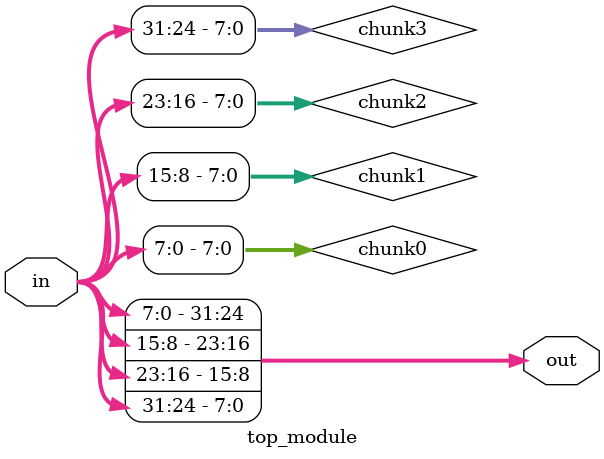
<source format=sv>
module top_module (
    input [31:0] in,
    output [31:0] out
);

    wire [7:0] chunk0, chunk1, chunk2, chunk3;
    
    assign chunk0 = in[7:0];
    assign chunk1 = in[15:8];
    assign chunk2 = in[23:16];
    assign chunk3 = in[31:24];
    
    assign out[7:0] = chunk3;
    assign out[15:8] = chunk2;
    assign out[23:16] = chunk1;
    assign out[31:24] = chunk0;

endmodule

</source>
